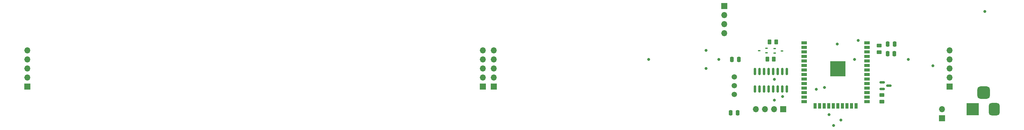
<source format=gbr>
%TF.GenerationSoftware,KiCad,Pcbnew,(6.0.8)*%
%TF.CreationDate,2022-12-26T14:05:03+00:00*%
%TF.ProjectId,Display_LED,44697370-6c61-4795-9f4c-45442e6b6963,1*%
%TF.SameCoordinates,Original*%
%TF.FileFunction,Soldermask,Bot*%
%TF.FilePolarity,Negative*%
%FSLAX46Y46*%
G04 Gerber Fmt 4.6, Leading zero omitted, Abs format (unit mm)*
G04 Created by KiCad (PCBNEW (6.0.8)) date 2022-12-26 14:05:03*
%MOMM*%
%LPD*%
G01*
G04 APERTURE LIST*
G04 Aperture macros list*
%AMRoundRect*
0 Rectangle with rounded corners*
0 $1 Rounding radius*
0 $2 $3 $4 $5 $6 $7 $8 $9 X,Y pos of 4 corners*
0 Add a 4 corners polygon primitive as box body*
4,1,4,$2,$3,$4,$5,$6,$7,$8,$9,$2,$3,0*
0 Add four circle primitives for the rounded corners*
1,1,$1+$1,$2,$3*
1,1,$1+$1,$4,$5*
1,1,$1+$1,$6,$7*
1,1,$1+$1,$8,$9*
0 Add four rect primitives between the rounded corners*
20,1,$1+$1,$2,$3,$4,$5,0*
20,1,$1+$1,$4,$5,$6,$7,0*
20,1,$1+$1,$6,$7,$8,$9,0*
20,1,$1+$1,$8,$9,$2,$3,0*%
G04 Aperture macros list end*
%ADD10R,1.700000X1.700000*%
%ADD11O,1.700000X1.700000*%
%ADD12R,3.500000X3.500000*%
%ADD13RoundRect,0.750000X0.750000X1.000000X-0.750000X1.000000X-0.750000X-1.000000X0.750000X-1.000000X0*%
%ADD14RoundRect,0.875000X0.875000X0.875000X-0.875000X0.875000X-0.875000X-0.875000X0.875000X-0.875000X0*%
%ADD15RoundRect,0.250000X0.450000X-0.262500X0.450000X0.262500X-0.450000X0.262500X-0.450000X-0.262500X0*%
%ADD16RoundRect,0.250000X-0.250000X-0.475000X0.250000X-0.475000X0.250000X0.475000X-0.250000X0.475000X0*%
%ADD17C,1.500000*%
%ADD18RoundRect,0.150000X-0.587500X-0.150000X0.587500X-0.150000X0.587500X0.150000X-0.587500X0.150000X0*%
%ADD19RoundRect,0.250000X-0.262500X-0.450000X0.262500X-0.450000X0.262500X0.450000X-0.262500X0.450000X0*%
%ADD20R,0.700000X0.450000*%
%ADD21RoundRect,0.150000X0.150000X-0.825000X0.150000X0.825000X-0.150000X0.825000X-0.150000X-0.825000X0*%
%ADD22R,1.500000X0.900000*%
%ADD23R,0.900000X1.500000*%
%ADD24C,0.475000*%
%ADD25R,4.200000X4.200000*%
%ADD26RoundRect,0.250000X0.262500X0.450000X-0.262500X0.450000X-0.262500X-0.450000X0.262500X-0.450000X0*%
%ADD27C,0.800000*%
G04 APERTURE END LIST*
D10*
%TO.C,J8*%
X273558000Y-118628000D03*
D11*
X273558000Y-121168000D03*
X273558000Y-123708000D03*
X273558000Y-126248000D03*
%TD*%
D10*
%TO.C,J3*%
X79248000Y-141219000D03*
D11*
X79248000Y-138679000D03*
X79248000Y-136139000D03*
X79248000Y-133599000D03*
X79248000Y-131059000D03*
%TD*%
D12*
%TO.C,J1*%
X342800000Y-147600000D03*
D13*
X348800000Y-147600000D03*
D14*
X345800000Y-142900000D03*
%TD*%
D10*
%TO.C,J4*%
X206248000Y-141219000D03*
D11*
X206248000Y-138679000D03*
X206248000Y-136139000D03*
X206248000Y-133599000D03*
X206248000Y-131059000D03*
%TD*%
D10*
%TO.C,J7*%
X334264000Y-150119000D03*
D11*
X334264000Y-147579000D03*
%TD*%
D10*
%TO.C,J6*%
X336360000Y-141219000D03*
D11*
X336360000Y-138679000D03*
X336360000Y-136139000D03*
X336360000Y-133599000D03*
X336360000Y-131059000D03*
%TD*%
D10*
%TO.C,J5*%
X209296000Y-141219000D03*
D11*
X209296000Y-138679000D03*
X209296000Y-136139000D03*
X209296000Y-133599000D03*
X209296000Y-131059000D03*
%TD*%
D15*
%TO.C,R2*%
X316748000Y-131530500D03*
X316748000Y-129705500D03*
%TD*%
D16*
%TO.C,C4*%
X275656000Y-133604000D03*
X277556000Y-133604000D03*
%TD*%
D17*
%TO.C,Y1*%
X276352000Y-138520000D03*
X276352000Y-140960000D03*
X276352000Y-143400000D03*
%TD*%
D10*
%TO.C,J2*%
X289972000Y-147574000D03*
D11*
X287432000Y-147574000D03*
X284892000Y-147574000D03*
X282352000Y-147574000D03*
%TD*%
D16*
%TO.C,C5*%
X275316000Y-148624000D03*
X277216000Y-148624000D03*
%TD*%
D18*
%TO.C,Q1*%
X317578500Y-141920000D03*
X317578500Y-140020000D03*
X319453500Y-140970000D03*
%TD*%
D19*
%TO.C,R3*%
X285545500Y-133530000D03*
X287370500Y-133530000D03*
%TD*%
D20*
%TO.C,Q3*%
X285298000Y-130466000D03*
X285298000Y-131766000D03*
X283298000Y-131116000D03*
%TD*%
D16*
%TO.C,C6*%
X319090000Y-129286000D03*
X320990000Y-129286000D03*
%TD*%
D21*
%TO.C,U4*%
X290957000Y-141921000D03*
X289687000Y-141921000D03*
X288417000Y-141921000D03*
X287147000Y-141921000D03*
X285877000Y-141921000D03*
X284607000Y-141921000D03*
X283337000Y-141921000D03*
X282067000Y-141921000D03*
X282067000Y-136971000D03*
X283337000Y-136971000D03*
X284607000Y-136971000D03*
X285877000Y-136971000D03*
X287147000Y-136971000D03*
X288417000Y-136971000D03*
X289687000Y-136971000D03*
X290957000Y-136971000D03*
%TD*%
D22*
%TO.C,U3*%
X313296000Y-128910000D03*
X313296000Y-130180000D03*
X313296000Y-131450000D03*
X313296000Y-132720000D03*
X313296000Y-133990000D03*
X313296000Y-135260000D03*
X313296000Y-136530000D03*
X313296000Y-137800000D03*
X313296000Y-139070000D03*
X313296000Y-140340000D03*
X313296000Y-141610000D03*
X313296000Y-142880000D03*
X313296000Y-144150000D03*
X313296000Y-145420000D03*
D23*
X310256000Y-146670000D03*
X308986000Y-146670000D03*
X307716000Y-146670000D03*
X306446000Y-146670000D03*
X305176000Y-146670000D03*
X303906000Y-146670000D03*
X302636000Y-146670000D03*
X301366000Y-146670000D03*
X300096000Y-146670000D03*
X298826000Y-146670000D03*
D22*
X295796000Y-145420000D03*
X295796000Y-144150000D03*
X295796000Y-142880000D03*
X295796000Y-141610000D03*
X295796000Y-140340000D03*
X295796000Y-139070000D03*
X295796000Y-137800000D03*
X295796000Y-136530000D03*
X295796000Y-135260000D03*
X295796000Y-133990000D03*
X295796000Y-132720000D03*
X295796000Y-131450000D03*
X295796000Y-130180000D03*
X295796000Y-128910000D03*
D24*
X303701000Y-137012500D03*
X304463500Y-134725000D03*
D25*
X305226000Y-136250000D03*
D24*
X305988500Y-137775000D03*
X305226000Y-135487500D03*
X305988500Y-136250000D03*
X306751000Y-137012500D03*
X305226000Y-137012500D03*
X303701000Y-135487500D03*
X306751000Y-135487500D03*
X305988500Y-134725000D03*
X304463500Y-137775000D03*
X304463500Y-136250000D03*
%TD*%
D26*
%TO.C,R4*%
X288004500Y-128704000D03*
X286179500Y-128704000D03*
%TD*%
D16*
%TO.C,C3*%
X319080000Y-132010000D03*
X320980000Y-132010000D03*
%TD*%
D20*
%TO.C,Q2*%
X287616000Y-131856000D03*
X287616000Y-130556000D03*
X289616000Y-131206000D03*
%TD*%
D15*
%TO.C,R1*%
X317500000Y-145438500D03*
X317500000Y-143613500D03*
%TD*%
D27*
X310896000Y-128270000D03*
X305054000Y-129286000D03*
X252481000Y-133599000D03*
X272039000Y-133599000D03*
X309885000Y-133599000D03*
X324871000Y-133599000D03*
X331724000Y-135382000D03*
X287528000Y-139192000D03*
X346202000Y-120142000D03*
X268478000Y-136144000D03*
X268478000Y-131064000D03*
X287528000Y-145034000D03*
X301498000Y-141478000D03*
X299212000Y-141986000D03*
X289814000Y-144018000D03*
X306070000Y-150622000D03*
X304038000Y-152146000D03*
X302768000Y-149098000D03*
M02*

</source>
